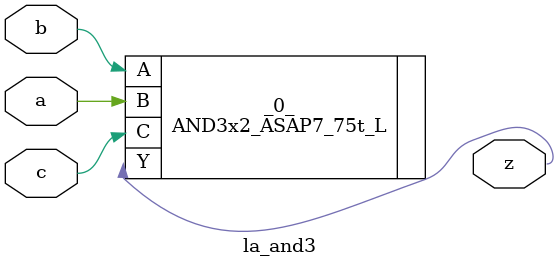
<source format=v>

/* Generated by Yosys 0.44 (git sha1 80ba43d26, g++ 11.4.0-1ubuntu1~22.04 -fPIC -O3) */

(* top =  1  *)
(* src = "inputs/la_and3.v:10.1-21.10" *)
module la_and3 (
    a,
    b,
    c,
    z
);
  (* src = "inputs/la_and3.v:13.12-13.13" *)
  input a;
  wire a;
  (* src = "inputs/la_and3.v:14.12-14.13" *)
  input b;
  wire b;
  (* src = "inputs/la_and3.v:15.12-15.13" *)
  input c;
  wire c;
  (* src = "inputs/la_and3.v:16.12-16.13" *)
  output z;
  wire z;
  AND3x2_ASAP7_75t_L _0_ (
      .A(b),
      .B(a),
      .C(c),
      .Y(z)
  );
endmodule

</source>
